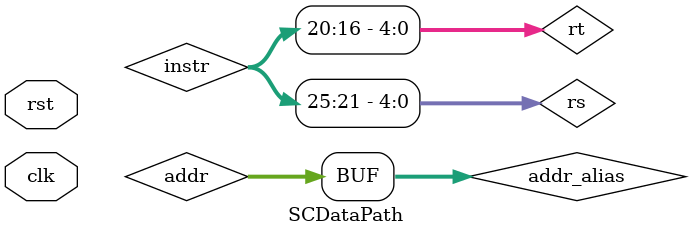
<source format=v>
module SCDataPath(
    input  wire clk,
    input  wire rst
);
    // Program Counter (5-bit)
    wire [4:0] addr; // current PC (word address)
    reg  [4:0] next_addr;

    // Instruction
    wire [31:0] instr;

    // Wires for control / datapath
    wire        RegDst, ALUSrc, MemtoReg, RegWrite, MemRead, MemWrite, Branch, Jump;
    wire [1:0]  ALUOp;

    // Register file interfaces
    wire [4:0]  rs = instr[25:21];
    wire [4:0]  rt = instr[20:16];
    wire [4:0]  rd = instr[15:11];
    wire [15:0] imm16 = instr[15:0];

    wire [31:0] ReadData1, ReadData2;
    wire [31:0] SignExtImm;
    wire [31:0] ALU_in2;
    wire [31:0] ALU_result;
    wire        zero;
    wire [2:0]  ALUControlSignals;

    wire [4:0] WriteReg;
    wire [31:0] WriteData;

    // Internal components
    PCReg pc_reg(.clk(clk), .rst(rst), .nextPC(next_addr), .pc(addr));
    InstrMem instrmem(.addr(addr), .instr(instr));
    ControlUnit ctrl(.opcode(instr[31:26]), .RegDst(RegDst), .ALUSrc(ALUSrc), .MemtoReg(MemtoReg),                         .RegWrite(RegWrite), .MemRead(MemRead), .MemWrite(MemWrite), .Branch(Branch),                         .ALUOp(ALUOp), .Jump(Jump));
    RegFile RegFile(.clk(clk), .rst(rst), .ReadReg1(rs), .ReadReg2(rt), .WriteReg(WriteReg),                        .WriteData(WriteData), .RegWrite(RegWrite), .ReadData1(ReadData1), .ReadData2(ReadData2));
    SignExt signext(.imm16(imm16), .imm32(SignExtImm));
    Mux2 #(.WIDTH(32)) muxALUSrc(.a(ReadData2), .b(SignExtImm), .sel(ALUSrc), .y(ALU_in2));
    ALUControl aluctrl(.ALUOp(ALUOp), .Funct(instr[5:0]), .ALUControl(ALUControlSignals));
    ALU ALU(.A(ReadData1), .B(ALU_in2), .ALUControl(ALUControlSignals), .ALUResult(ALU_result), .Zero(zero));
    DataMem datamem(.clk(clk), .MemWrite(MemWrite), .MemRead(MemRead), .Addr(ALU_result), .WriteData(ReadData2), .ReadData());

    // Write register selection
    assign WriteReg = RegDst ? rd : rt;

    // Write back selection (ALU result or Data Memory)
    // because DataMem ReadData output not captured above (we left it unnamed), reinstantiate properly
    wire [31:0] MemReadData;
    // Reinstantiate datamem correctly to get MemReadData
    DataMem datamem2(.clk(clk), .MemWrite(MemWrite), .MemRead(MemRead), .Addr(ALU_result), .WriteData(ReadData2), .ReadData(MemReadData));

    assign WriteData = MemtoReg ? MemReadData : ALU_result;

    // expose some signals used in the TB for deeper debug (as regs/wires in this module)
    // already have ALU_result, ReadData1, ReadData2, zero, RegDst, ALUSrc, MemtoReg, RegWrite, MemRead, MemWrite, Branch, ALUOp, Jump
    // Also expose instr and addr (pc) - they are already "instr" and "addr"
    // To allow TB to reference processor.ALU_result etc, we make them wires with same names
    wire [31:0] ALU_result_wire = ALU_result;
    // For compatibility with testbench debug prints, use these exact names
    // (testbench references: processor.ALU_result, processor.ReadData1, processor.ReadData2, processor.zero, processor.WriteReg, processor.WriteData)
    // Create aliases via `assign` so they are visible
    assign ALU_result = ALU_result_wire; // NOTE: ALU_result was declared as wire; reassign aliasing for clarity

    // PC update: simple PC + 1 (word addressing)
    always @(*) begin
        next_addr = addr + 1; // no branching implemented in this simplified path (branch logic can be added)
    end

    // For testbench compatibility, expose certain names as outputs of the module scope
    // Verilog doesn't allow direct export here, but TB accesses via instance name (processor.signal)
    // So ensure signals exist with the names used by the TB
    // We need to create some nets with the same names used in the TB
    wire [4:0] addr_alias = addr;
    // create other aliases
    // But TB uses processor.addr and processor.instr directly, which are present

endmodule

</source>
